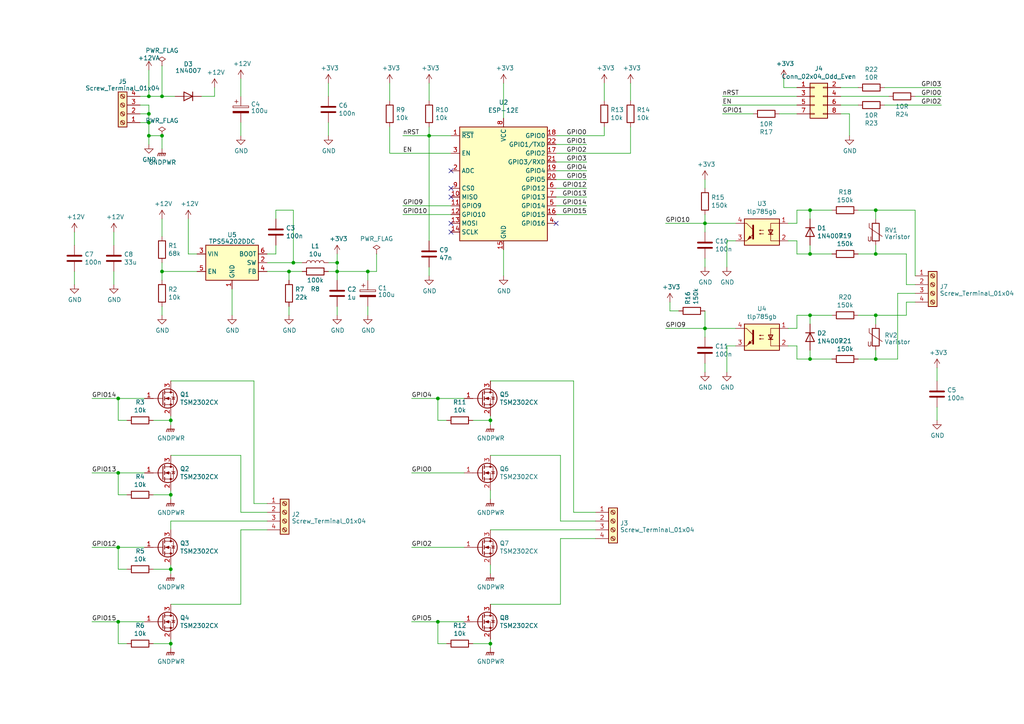
<source format=kicad_sch>
(kicad_sch (version 20230121) (generator eeschema)
  (paper "A4")
  (lib_symbols
    (symbol "Connector:Screw_Terminal_01x04" (pin_names (offset 1.016) hide)
      (property "Reference" "J" (at 0 5.08 0))
      (property "Value" "Screw_Terminal_01x04" (at 0 -7.62 0))
      (symbol "Screw_Terminal_01x04_1_1"
        (pin passive line (at -5.08 2.54 0) (length 3.81) (name "Pin_1") (number "1"))
        (pin passive line (at -5.08 0 0) (length 3.81) (name "Pin_2") (number "2"))
        (pin passive line (at -5.08 -2.54 0) (length 3.81) (name "Pin_3") (number "3"))
        (pin passive line (at -5.08 -5.08 0) (length 3.81) (name "Pin_4") (number "4"))
      )
    )
    (symbol "Connector_Generic:Conn_02x04_Odd_Even" (pin_names (offset 1.016) hide)
      (property "Reference" "J" (at 1.27 5.08 0))
      (property "Value" "Conn_02x04_Odd_Even" (at 1.27 -7.62 0))
      (symbol "Conn_02x04_Odd_Even_1_1"
        (pin passive line (at -5.08 2.54 0) (length 3.81) (name "Pin_1") (number "1"))
        (pin passive line (at 7.62 2.54 180) (length 3.81) (name "Pin_2") (number "2"))
        (pin passive line (at -5.08 0 0) (length 3.81) (name "Pin_3") (number "3"))
        (pin passive line (at 7.62 0 180) (length 3.81) (name "Pin_4") (number "4"))
        (pin passive line (at -5.08 -2.54 0) (length 3.81) (name "Pin_5") (number "5"))
        (pin passive line (at 7.62 -2.54 180) (length 3.81) (name "Pin_6") (number "6"))
        (pin passive line (at -5.08 -5.08 0) (length 3.81) (name "Pin_7") (number "7"))
        (pin passive line (at 7.62 -5.08 180) (length 3.81) (name "Pin_8") (number "8"))
      )
    )
    (symbol "Device:C" (pin_numbers hide) (pin_names (offset 0.254))
      (property "Reference" "C" (at 0.635 2.54 0))
      (property "Value" "C" (at 0.635 -2.54 0))
      (symbol "C_1_1"
        (pin passive line (at 0 3.81 270) (length 2.794) (name "~") (number "1"))
        (pin passive line (at 0 -3.81 90) (length 2.794) (name "~") (number "2"))
      )
    )
    (symbol "Device:C_Polarized" (pin_numbers hide) (pin_names (offset 0.254))
      (property "Reference" "C" (at 0.635 2.54 0))
      (property "Value" "C_Polarized" (at 0.635 -2.54 0))
      (symbol "C_Polarized_1_1"
        (pin passive line (at 0 3.81 270) (length 2.794) (name "~") (number "1"))
        (pin passive line (at 0 -3.81 90) (length 2.794) (name "~") (number "2"))
      )
    )
    (symbol "Device:D" (pin_numbers hide) (pin_names (offset 1.016) hide)
      (property "Reference" "D" (at 0 2.54 0))
      (property "Value" "D" (at 0 -2.54 0))
      (symbol "D_1_1"
        (pin passive line (at -3.81 0 0) (length 2.54) (name "K") (number "1"))
        (pin passive line (at 3.81 0 180) (length 2.54) (name "A") (number "2"))
      )
    )
    (symbol "Device:L" (pin_numbers hide) (pin_names (offset 1.016) hide)
      (property "Reference" "L" (at -1.27 0 90))
      (property "Value" "L" (at 1.905 0 90))
      (symbol "L_1_1"
        (pin passive line (at 0 3.81 270) (length 1.27) (name "1") (number "1"))
        (pin passive line (at 0 -3.81 90) (length 1.27) (name "2") (number "2"))
      )
    )
    (symbol "Device:R" (pin_numbers hide) (pin_names (offset 0))
      (property "Reference" "R" (at 2.032 0 90))
      (property "Value" "R" (at 0 0 90))
      (symbol "R_1_1"
        (pin passive line (at 0 3.81 270) (length 1.27) (name "~") (number "1"))
        (pin passive line (at 0 -3.81 90) (length 1.27) (name "~") (number "2"))
      )
    )
    (symbol "Device:Varistor" (pin_numbers hide) (pin_names (offset 0))
      (property "Reference" "RV" (at 3.175 0 90))
      (property "Value" "Varistor" (at -3.175 0 90))
      (symbol "Varistor_0_0"
        (text "U" (at -1.778 -2.032 0) (effects (font (size 1.27 1.27))))
      )
      (symbol "Varistor_1_1"
        (pin passive line (at 0 3.81 270) (length 1.27) (name "~") (number "1"))
        (pin passive line (at 0 -3.81 90) (length 1.27) (name "~") (number "2"))
      )
    )
    (symbol "Diode:1N4007" (pin_numbers hide) (pin_names hide)
      (property "Reference" "D" (at 0 2.54 0))
      (property "Value" "1N4007" (at 0 -2.54 0))
      (symbol "1N4007_1_1"
        (pin passive line (at -3.81 0 0) (length 2.54) (name "K") (number "1"))
        (pin passive line (at 3.81 0 180) (length 2.54) (name "A") (number "2"))
      )
    )
    (symbol "Isolator:EL817" (pin_names (offset 1.016))
      (property "Reference" "U" (at -5.08 5.08 0))
      (property "Value" "EL817" (at 0 5.08 0))
      (symbol "EL817_1_1"
        (pin passive line (at -7.62 2.54 0) (length 2.54) (name "~") (number "1"))
        (pin passive line (at -7.62 -2.54 0) (length 2.54) (name "~") (number "2"))
        (pin passive line (at 7.62 -2.54 180) (length 2.54) (name "~") (number "3"))
        (pin passive line (at 7.62 2.54 180) (length 2.54) (name "~") (number "4"))
      )
    )
    (symbol "RF_Module:ESP-12E"
      (property "Reference" "U" (at -12.7 19.05 0))
      (property "Value" "ESP-12E" (at 12.7 19.05 0))
      (symbol "ESP-12E_1_1"
        (pin input line (at -15.24 15.24 0) (length 2.54) (name "~{RST}") (number "1"))
        (pin bidirectional line (at -15.24 -2.54 0) (length 2.54) (name "MISO") (number "10"))
        (pin bidirectional line (at -15.24 -5.08 0) (length 2.54) (name "GPIO9") (number "11"))
        (pin bidirectional line (at -15.24 -7.62 0) (length 2.54) (name "GPIO10") (number "12"))
        (pin bidirectional line (at -15.24 -10.16 0) (length 2.54) (name "MOSI") (number "13"))
        (pin bidirectional line (at -15.24 -12.7 0) (length 2.54) (name "SCLK") (number "14"))
        (pin power_in line (at 0 -17.78 90) (length 2.54) (name "GND") (number "15"))
        (pin bidirectional line (at 15.24 -7.62 180) (length 2.54) (name "GPIO15") (number "16"))
        (pin bidirectional line (at 15.24 10.16 180) (length 2.54) (name "GPIO2") (number "17"))
        (pin bidirectional line (at 15.24 15.24 180) (length 2.54) (name "GPIO0") (number "18"))
        (pin bidirectional line (at 15.24 5.08 180) (length 2.54) (name "GPIO4") (number "19"))
        (pin input line (at -15.24 5.08 0) (length 2.54) (name "ADC") (number "2"))
        (pin bidirectional line (at 15.24 2.54 180) (length 2.54) (name "GPIO5") (number "20"))
        (pin bidirectional line (at 15.24 7.62 180) (length 2.54) (name "GPIO3/RXD") (number "21"))
        (pin bidirectional line (at 15.24 12.7 180) (length 2.54) (name "GPIO1/TXD") (number "22"))
        (pin input line (at -15.24 10.16 0) (length 2.54) (name "EN") (number "3"))
        (pin bidirectional line (at 15.24 -10.16 180) (length 2.54) (name "GPIO16") (number "4"))
        (pin bidirectional line (at 15.24 -5.08 180) (length 2.54) (name "GPIO14") (number "5"))
        (pin bidirectional line (at 15.24 0 180) (length 2.54) (name "GPIO12") (number "6"))
        (pin bidirectional line (at 15.24 -2.54 180) (length 2.54) (name "GPIO13") (number "7"))
        (pin power_in line (at 0 20.32 270) (length 2.54) (name "VCC") (number "8"))
        (pin input line (at -15.24 0 0) (length 2.54) (name "CS0") (number "9"))
      )
    )
    (symbol "Regulator_Switching:TPS54202DDC"
      (property "Reference" "U" (at -7.62 6.35 0))
      (property "Value" "TPS54202DDC" (at 0 6.35 0))
      (symbol "TPS54202DDC_1_1"
        (pin power_in line (at 0 -7.62 90) (length 2.54) (name "GND") (number "1"))
        (pin power_out line (at 10.16 0 180) (length 2.54) (name "SW") (number "2"))
        (pin power_in line (at -10.16 2.54 0) (length 2.54) (name "VIN") (number "3"))
        (pin input line (at 10.16 -2.54 180) (length 2.54) (name "FB") (number "4"))
        (pin input line (at -10.16 -2.54 0) (length 2.54) (name "EN") (number "5"))
        (pin passive line (at 10.16 2.54 180) (length 2.54) (name "BOOT") (number "6"))
      )
    )
    (symbol "Transistor_FET:TSM2302CX" (pin_names hide)
      (property "Reference" "Q" (at 5.08 1.905 0))
      (property "Value" "TSM2302CX" (at 5.08 0 0))
      (symbol "TSM2302CX_1_1"
        (pin input line (at -5.08 0 0) (length 2.54) (name "G") (number "1"))
        (pin passive line (at 2.54 -5.08 90) (length 2.54) (name "S") (number "2"))
        (pin passive line (at 2.54 5.08 270) (length 2.54) (name "D") (number "3"))
      )
    )
    (symbol "esp-switch-rescue:+3.3V-power" (power) (pin_names (offset 0))
      (property "Value" "+3.3V-power" (at 0 3.556 0))
      (symbol "+3.3V-power_1_1"
        (pin power_in line (at 0 0 90) (length 0) hide (name "+3V3") (number "1"))
      )
    )
    (symbol "power:+12V" (power) (pin_names (offset 0))
      (property "Value" "+12V" (at 0 3.556 0))
      (symbol "+12V_1_1"
        (pin power_in line (at 0 0 90) (length 0) hide (name "+12V") (number "1"))
      )
    )
    (symbol "power:+12VA" (power) (pin_names (offset 0))
      (property "Value" "+12VA" (at 0 3.556 0))
      (symbol "+12VA_1_1"
        (pin power_in line (at 0 0 90) (length 0) hide (name "+12VA") (number "1"))
      )
    )
    (symbol "power:GND" (power) (pin_names (offset 0))
      (property "Value" "GND" (at 0 -3.81 0))
      (symbol "GND_1_1"
        (pin power_in line (at 0 0 270) (length 0) hide (name "GND") (number "1"))
      )
    )
    (symbol "power:GNDPWR" (power) (pin_names (offset 0))
      (property "Value" "GNDPWR" (at 0 -3.302 0))
      (symbol "GNDPWR_1_1"
        (pin power_in line (at 0 0 270) (length 0) hide (name "GNDPWR") (number "1"))
      )
    )
    (symbol "power:PWR_FLAG" (power) (pin_numbers hide) (pin_names (offset 0) hide)
      (property "Value" "PWR_FLAG" (at 0 3.81 0))
      (symbol "PWR_FLAG_0_0"
        (pin power_out line (at 0 0 90) (length 0) (name "pwr") (number "1"))
      )
    )
  )
  (junction (at 49.53 143.51))
  (junction (at 34.29 180.34))
  (junction (at 49.53 121.92))
  (junction (at 34.29 137.16))
  (junction (at 43.18 33.02))
  (junction (at 49.53 165.1))
  (junction (at 46.99 27.94))
  (junction (at 254 60.96))
  (junction (at 254 91.44))
  (junction (at 34.29 115.57))
  (junction (at 234.95 91.44))
  (junction (at 97.79 76.2))
  (junction (at 127 115.57))
  (junction (at 234.95 104.14))
  (junction (at 97.79 78.74))
  (junction (at 127 180.34))
  (junction (at 49.53 186.69))
  (junction (at 43.18 39.37))
  (junction (at 85.09 76.2))
  (junction (at 106.68 78.74))
  (junction (at 83.82 78.74))
  (junction (at 46.99 39.37))
  (junction (at 234.95 73.66))
  (junction (at 124.46 39.37))
  (junction (at 142.24 186.69))
  (junction (at 254 104.14))
  (junction (at 254 73.66))
  (junction (at 142.24 121.92))
  (junction (at 234.95 60.96))
  (junction (at 204.47 95.25))
  (junction (at 204.47 64.77))
  (junction (at 34.29 158.75))
  (junction (at 43.18 27.94))
  (junction (at 43.18 35.56))
  (junction (at 46.99 78.74))
  (no_connect (at 130.81 67.31))
  (no_connect (at 130.81 57.15))
  (no_connect (at 130.81 49.53))
  (no_connect (at 130.81 64.77))
  (no_connect (at 161.29 64.77))
  (no_connect (at 130.81 54.61))
  (wire (pts (xy 129.54 186.69) (xy 127 186.69)))
  (wire (pts (xy 97.79 76.2) (xy 95.25 76.2)))
  (wire (pts (xy 231.14 100.33) (xy 231.14 104.14)))
  (wire (pts (xy 95.25 78.74) (xy 97.79 78.74)))
  (wire (pts (xy 265.43 87.63) (xy 262.89 87.63)))
  (wire (pts (xy 44.45 121.92) (xy 49.53 121.92)))
  (wire (pts (xy 142.24 186.69) (xy 142.24 187.96)))
  (wire (pts (xy 254 60.96) (xy 265.43 60.96)))
  (wire (pts (xy 127 121.92) (xy 127 115.57)))
  (wire (pts (xy 210.82 100.33) (xy 213.36 100.33)))
  (wire (pts (xy 162.56 151.13) (xy 162.56 132.08)))
  (wire (pts (xy 62.23 27.94) (xy 58.42 27.94)))
  (wire (pts (xy 36.83 165.1) (xy 34.29 165.1)))
  (wire (pts (xy 97.79 81.28) (xy 97.79 78.74)))
  (wire (pts (xy 228.6 100.33) (xy 231.14 100.33)))
  (wire (pts (xy 127 180.34) (xy 134.62 180.34)))
  (wire (pts (xy 49.53 144.78) (xy 49.53 143.51)))
  (wire (pts (xy 46.99 27.94) (xy 43.18 27.94)))
  (wire (pts (xy 80.01 71.12) (xy 80.01 73.66)))
  (wire (pts (xy 162.56 132.08) (xy 142.24 132.08)))
  (wire (pts (xy 44.45 143.51) (xy 49.53 143.51)))
  (wire (pts (xy 69.85 132.08) (xy 49.53 132.08)))
  (wire (pts (xy 246.38 39.37) (xy 246.38 33.02)))
  (wire (pts (xy 34.29 115.57) (xy 41.91 115.57)))
  (wire (pts (xy 83.82 91.44) (xy 83.82 88.9)))
  (wire (pts (xy 26.67 115.57) (xy 34.29 115.57)))
  (wire (pts (xy 228.6 64.77) (xy 231.14 64.77)))
  (wire (pts (xy 97.79 78.74) (xy 97.79 76.2)))
  (wire (pts (xy 248.92 91.44) (xy 254 91.44)))
  (wire (pts (xy 172.72 148.59) (xy 166.37 148.59)))
  (wire (pts (xy 234.95 91.44) (xy 231.14 91.44)))
  (wire (pts (xy 162.56 175.26) (xy 142.24 175.26)))
  (wire (pts (xy 69.85 153.67) (xy 69.85 175.26)))
  (wire (pts (xy 124.46 69.85) (xy 124.46 39.37)))
  (wire (pts (xy 162.56 156.21) (xy 172.72 156.21)))
  (wire (pts (xy 34.29 158.75) (xy 41.91 158.75)))
  (wire (pts (xy 40.64 30.48) (xy 43.18 30.48)))
  (wire (pts (xy 166.37 110.49) (xy 166.37 148.59)))
  (wire (pts (xy 142.24 163.83) (xy 142.24 166.37)))
  (wire (pts (xy 204.47 107.95) (xy 204.47 105.41)))
  (wire (pts (xy 21.59 82.55) (xy 21.59 78.74)))
  (wire (pts (xy 80.01 60.96) (xy 80.01 63.5)))
  (wire (pts (xy 57.15 73.66) (xy 54.61 73.66)))
  (wire (pts (xy 119.38 137.16) (xy 134.62 137.16)))
  (wire (pts (xy 234.95 104.14) (xy 241.3 104.14)))
  (wire (pts (xy 175.26 29.21) (xy 175.26 24.13)))
  (wire (pts (xy 127 186.69) (xy 127 180.34)))
  (wire (pts (xy 234.95 73.66) (xy 241.3 73.66)))
  (wire (pts (xy 49.53 110.49) (xy 73.66 110.49)))
  (wire (pts (xy 43.18 39.37) (xy 43.18 41.91)))
  (wire (pts (xy 210.82 69.85) (xy 213.36 69.85)))
  (wire (pts (xy 83.82 81.28) (xy 83.82 78.74)))
  (wire (pts (xy 161.29 57.15) (xy 170.18 57.15)))
  (wire (pts (xy 204.47 52.07) (xy 204.47 54.61)))
  (wire (pts (xy 97.79 73.66) (xy 97.79 76.2)))
  (wire (pts (xy 248.92 73.66) (xy 254 73.66)))
  (wire (pts (xy 73.66 146.05) (xy 77.47 146.05)))
  (wire (pts (xy 40.64 27.94) (xy 43.18 27.94)))
  (wire (pts (xy 256.54 25.4) (xy 273.05 25.4)))
  (wire (pts (xy 194.31 90.17) (xy 196.85 90.17)))
  (wire (pts (xy 248.92 60.96) (xy 254 60.96)))
  (wire (pts (xy 146.05 72.39) (xy 146.05 80.01)))
  (wire (pts (xy 34.29 137.16) (xy 41.91 137.16)))
  (wire (pts (xy 146.05 24.13) (xy 146.05 34.29)))
  (wire (pts (xy 62.23 25.4) (xy 62.23 27.94)))
  (wire (pts (xy 43.18 33.02) (xy 40.64 33.02)))
  (wire (pts (xy 226.06 33.02) (xy 231.14 33.02)))
  (wire (pts (xy 54.61 73.66) (xy 54.61 63.5)))
  (wire (pts (xy 49.53 153.67) (xy 49.53 151.13)))
  (wire (pts (xy 231.14 73.66) (xy 234.95 73.66)))
  (wire (pts (xy 231.14 104.14) (xy 234.95 104.14)))
  (wire (pts (xy 209.55 30.48) (xy 231.14 30.48)))
  (wire (pts (xy 36.83 143.51) (xy 34.29 143.51)))
  (wire (pts (xy 260.35 85.09) (xy 265.43 85.09)))
  (wire (pts (xy 262.89 73.66) (xy 262.89 82.55)))
  (wire (pts (xy 49.53 166.37) (xy 49.53 165.1)))
  (wire (pts (xy 273.05 27.94) (xy 265.43 27.94)))
  (wire (pts (xy 142.24 153.67) (xy 172.72 153.67)))
  (wire (pts (xy 231.14 25.4) (xy 227.33 25.4)))
  (wire (pts (xy 116.84 39.37) (xy 124.46 39.37)))
  (wire (pts (xy 26.67 137.16) (xy 34.29 137.16)))
  (wire (pts (xy 95.25 27.94) (xy 95.25 24.13)))
  (wire (pts (xy 34.29 165.1) (xy 34.29 158.75)))
  (wire (pts (xy 271.78 121.92) (xy 271.78 118.11)))
  (wire (pts (xy 228.6 69.85) (xy 231.14 69.85)))
  (wire (pts (xy 34.29 180.34) (xy 41.91 180.34)))
  (wire (pts (xy 26.67 180.34) (xy 34.29 180.34)))
  (wire (pts (xy 97.79 91.44) (xy 97.79 88.9)))
  (wire (pts (xy 113.03 44.45) (xy 130.81 44.45)))
  (wire (pts (xy 213.36 64.77) (xy 204.47 64.77)))
  (wire (pts (xy 210.82 107.95) (xy 210.82 100.33)))
  (wire (pts (xy 85.09 60.96) (xy 80.01 60.96)))
  (wire (pts (xy 129.54 121.92) (xy 127 121.92)))
  (wire (pts (xy 228.6 95.25) (xy 231.14 95.25)))
  (wire (pts (xy 124.46 36.83) (xy 124.46 39.37)))
  (wire (pts (xy 137.16 121.92) (xy 142.24 121.92)))
  (wire (pts (xy 119.38 158.75) (xy 134.62 158.75)))
  (wire (pts (xy 256.54 30.48) (xy 273.05 30.48)))
  (wire (pts (xy 106.68 78.74) (xy 109.22 78.74)))
  (wire (pts (xy 204.47 90.17) (xy 204.47 95.25)))
  (wire (pts (xy 210.82 77.47) (xy 210.82 69.85)))
  (wire (pts (xy 33.02 71.12) (xy 33.02 67.31)))
  (wire (pts (xy 231.14 60.96) (xy 231.14 64.77)))
  (wire (pts (xy 109.22 73.66) (xy 109.22 78.74)))
  (wire (pts (xy 49.53 151.13) (xy 77.47 151.13)))
  (wire (pts (xy 43.18 35.56) (xy 40.64 35.56)))
  (wire (pts (xy 241.3 91.44) (xy 234.95 91.44)))
  (wire (pts (xy 80.01 73.66) (xy 77.47 73.66)))
  (wire (pts (xy 204.47 95.25) (xy 204.47 97.79)))
  (wire (pts (xy 119.38 180.34) (xy 127 180.34)))
  (wire (pts (xy 161.29 52.07) (xy 170.18 52.07)))
  (wire (pts (xy 194.31 87.63) (xy 194.31 90.17)))
  (wire (pts (xy 77.47 76.2) (xy 85.09 76.2)))
  (wire (pts (xy 113.03 24.13) (xy 113.03 29.21)))
  (wire (pts (xy 69.85 175.26) (xy 49.53 175.26)))
  (wire (pts (xy 69.85 153.67) (xy 77.47 153.67)))
  (wire (pts (xy 124.46 39.37) (xy 130.81 39.37)))
  (wire (pts (xy 213.36 95.25) (xy 204.47 95.25)))
  (wire (pts (xy 162.56 156.21) (xy 162.56 175.26)))
  (wire (pts (xy 209.55 33.02) (xy 218.44 33.02)))
  (wire (pts (xy 43.18 35.56) (xy 43.18 39.37)))
  (wire (pts (xy 142.24 110.49) (xy 166.37 110.49)))
  (wire (pts (xy 46.99 78.74) (xy 57.15 78.74)))
  (wire (pts (xy 46.99 78.74) (xy 46.99 81.28)))
  (wire (pts (xy 77.47 148.59) (xy 69.85 148.59)))
  (wire (pts (xy 254 73.66) (xy 262.89 73.66)))
  (wire (pts (xy 161.29 59.69) (xy 170.18 59.69)))
  (wire (pts (xy 209.55 27.94) (xy 231.14 27.94)))
  (wire (pts (xy 182.88 24.13) (xy 182.88 29.21)))
  (wire (pts (xy 44.45 186.69) (xy 49.53 186.69)))
  (wire (pts (xy 106.68 78.74) (xy 106.68 81.28)))
  (wire (pts (xy 49.53 165.1) (xy 49.53 163.83)))
  (wire (pts (xy 142.24 121.92) (xy 142.24 123.19)))
  (wire (pts (xy 85.09 76.2) (xy 87.63 76.2)))
  (wire (pts (xy 34.29 186.69) (xy 34.29 180.34)))
  (wire (pts (xy 119.38 115.57) (xy 127 115.57)))
  (wire (pts (xy 262.89 82.55) (xy 265.43 82.55)))
  (wire (pts (xy 46.99 43.18) (xy 46.99 39.37)))
  (wire (pts (xy 254 71.12) (xy 254 73.66)))
  (wire (pts (xy 137.16 186.69) (xy 142.24 186.69)))
  (wire (pts (xy 161.29 49.53) (xy 170.18 49.53)))
  (wire (pts (xy 243.84 30.48) (xy 248.92 30.48)))
  (wire (pts (xy 254 101.6) (xy 254 104.14)))
  (wire (pts (xy 193.04 64.77) (xy 204.47 64.77)))
  (wire (pts (xy 46.99 76.2) (xy 46.99 78.74)))
  (wire (pts (xy 241.3 60.96) (xy 234.95 60.96)))
  (wire (pts (xy 161.29 62.23) (xy 170.18 62.23)))
  (wire (pts (xy 142.24 185.42) (xy 142.24 186.69)))
  (wire (pts (xy 260.35 104.14) (xy 260.35 85.09)))
  (wire (pts (xy 69.85 35.56) (xy 69.85 39.37)))
  (wire (pts (xy 234.95 101.6) (xy 234.95 104.14)))
  (wire (pts (xy 142.24 142.24) (xy 142.24 144.78)))
  (wire (pts (xy 161.29 44.45) (xy 182.88 44.45)))
  (wire (pts (xy 77.47 78.74) (xy 83.82 78.74)))
  (wire (pts (xy 254 104.14) (xy 260.35 104.14)))
  (wire (pts (xy 83.82 78.74) (xy 87.63 78.74)))
  (wire (pts (xy 127 115.57) (xy 134.62 115.57)))
  (wire (pts (xy 227.33 25.4) (xy 227.33 22.86)))
  (wire (pts (xy 231.14 69.85) (xy 231.14 73.66)))
  (wire (pts (xy 265.43 60.96) (xy 265.43 80.01)))
  (wire (pts (xy 182.88 44.45) (xy 182.88 36.83)))
  (wire (pts (xy 170.18 46.99) (xy 161.29 46.99)))
  (wire (pts (xy 49.53 186.69) (xy 49.53 185.42)))
  (wire (pts (xy 248.92 104.14) (xy 254 104.14)))
  (wire (pts (xy 46.99 27.94) (xy 50.8 27.94)))
  (wire (pts (xy 257.81 27.94) (xy 243.84 27.94)))
  (wire (pts (xy 46.99 91.44) (xy 46.99 88.9)))
  (wire (pts (xy 33.02 82.55) (xy 33.02 78.74)))
  (wire (pts (xy 26.67 158.75) (xy 34.29 158.75)))
  (wire (pts (xy 130.81 59.69) (xy 116.84 59.69)))
  (wire (pts (xy 43.18 20.32) (xy 43.18 27.94)))
  (wire (pts (xy 193.04 95.25) (xy 204.47 95.25)))
  (wire (pts (xy 46.99 68.58) (xy 46.99 63.5)))
  (wire (pts (xy 21.59 71.12) (xy 21.59 67.31)))
  (wire (pts (xy 124.46 24.13) (xy 124.46 29.21)))
  (wire (pts (xy 116.84 62.23) (xy 130.81 62.23)))
  (wire (pts (xy 254 60.96) (xy 254 63.5)))
  (wire (pts (xy 46.99 39.37) (xy 43.18 39.37)))
  (wire (pts (xy 175.26 36.83) (xy 175.26 39.37)))
  (wire (pts (xy 234.95 71.12) (xy 234.95 73.66)))
  (wire (pts (xy 97.79 78.74) (xy 106.68 78.74)))
  (wire (pts (xy 43.18 30.48) (xy 43.18 33.02)))
  (wire (pts (xy 34.29 121.92) (xy 34.29 115.57)))
  (wire (pts (xy 162.56 151.13) (xy 172.72 151.13)))
  (wire (pts (xy 124.46 77.47) (xy 124.46 80.01)))
  (wire (pts (xy 204.47 64.77) (xy 204.47 67.31)))
  (wire (pts (xy 73.66 110.49) (xy 73.66 146.05)))
  (wire (pts (xy 204.47 77.47) (xy 204.47 74.93)))
  (wire (pts (xy 113.03 44.45) (xy 113.03 36.83)))
  (wire (pts (xy 161.29 54.61) (xy 170.18 54.61)))
  (wire (pts (xy 231.14 91.44) (xy 231.14 95.25)))
  (wire (pts (xy 234.95 60.96) (xy 231.14 60.96)))
  (wire (pts (xy 246.38 33.02) (xy 243.84 33.02)))
  (wire (pts (xy 49.53 143.51) (xy 49.53 142.24)))
  (wire (pts (xy 69.85 22.86) (xy 69.85 27.94)))
  (wire (pts (xy 234.95 93.98) (xy 234.95 91.44)))
  (wire (pts (xy 34.29 143.51) (xy 34.29 137.16)))
  (wire (pts (xy 49.53 187.96) (xy 49.53 186.69)))
  (wire (pts (xy 46.99 19.05) (xy 46.99 27.94)))
  (wire (pts (xy 49.53 121.92) (xy 49.53 120.65)))
  (wire (pts (xy 95.25 39.37) (xy 95.25 35.56)))
  (wire (pts (xy 254 91.44) (xy 262.89 91.44)))
  (wire (pts (xy 36.83 186.69) (xy 34.29 186.69)))
  (wire (pts (xy 271.78 110.49) (xy 271.78 106.68)))
  (wire (pts (xy 106.68 88.9) (xy 106.68 91.44)))
  (wire (pts (xy 142.24 120.65) (xy 142.24 121.92)))
  (wire (pts (xy 49.53 123.19) (xy 49.53 121.92)))
  (wire (pts (xy 234.95 63.5) (xy 234.95 60.96)))
  (wire (pts (xy 204.47 62.23) (xy 204.47 64.77)))
  (wire (pts (xy 85.09 76.2) (xy 85.09 60.96)))
  (wire (pts (xy 43.18 33.02) (xy 43.18 35.56)))
  (wire (pts (xy 36.83 121.92) (xy 34.29 121.92)))
  (wire (pts (xy 44.45 165.1) (xy 49.53 165.1)))
  (wire (pts (xy 161.29 39.37) (xy 175.26 39.37)))
  (wire (pts (xy 254 91.44) (xy 254 93.98)))
  (wire (pts (xy 67.31 83.82) (xy 67.31 91.44)))
  (wire (pts (xy 262.89 87.63) (xy 262.89 91.44)))
  (wire (pts (xy 243.84 25.4) (xy 248.92 25.4)))
  (wire (pts (xy 170.18 41.91) (xy 161.29 41.91)))
  (wire (pts (xy 69.85 132.08) (xy 69.85 148.59)))
  (label "GPIO3" (at 170.18 46.99 180))
  (label "GPIO10" (at 116.84 62.23 0))
  (label "GPIO2" (at 273.05 30.48 180))
  (label "GPIO14" (at 26.67 115.57 0))
  (label "GPIO13" (at 26.67 137.16 0))
  (label "GPIO5" (at 170.18 52.07 180))
  (label "GPIO1" (at 209.55 33.02 0))
  (label "GPIO12" (at 26.67 158.75 0))
  (label "GPIO14" (at 170.18 59.69 180))
  (label "GPIO9" (at 116.84 59.69 0))
  (label "GPIO2" (at 119.38 158.75 0))
  (label "GPIO2" (at 170.18 44.45 180))
  (label "GPIO15" (at 26.67 180.34 0))
  (label "GPIO0" (at 273.05 27.94 180))
  (label "GPIO3" (at 273.05 25.4 180))
  (label "GPIO0" (at 170.18 39.37 180))
  (label "EN" (at 209.55 30.48 0))
  (label "GPIO0" (at 119.38 137.16 0))
  (label "GPIO5" (at 119.38 180.34 0))
  (label "GPIO10" (at 193.04 64.77 0))
  (label "GPIO13" (at 170.18 57.15 180))
  (label "nRST" (at 209.55 27.94 0))
  (label "nRST" (at 116.84 39.37 0))
  (label "GPIO4" (at 170.18 49.53 180))
  (label "GPIO1" (at 170.18 41.91 180))
  (label "GPIO9" (at 193.04 95.25 0))
  (label "GPIO4" (at 119.38 115.57 0))
  (label "GPIO12" (at 170.18 54.61 180))
  (label "EN" (at 116.84 44.45 0))
  (label "GPIO15" (at 170.18 62.23 180))
  (symbol (lib_id "RF_Module:ESP-12E") (at 146.05 54.61 0) (unit 1)
    (property "Reference" "U2" (at 146.05 29.6926 0))
    (property "Value" "ESP-12E" (at 146.05 32.004 0))
    (property "Footprint" "RF_Module:ESP-12E" (effects hide))
    (property "Datasheet" "http://wiki.ai-thinker.com/_media/esp8266/esp8266_series_modules_user_manual_v1.1.pdf" (effects hide))
  )
  (symbol (lib_id "power:GND") (at 43.18 41.91 0) (unit 1)
    (property "Reference" "#PWR0101" (effects hide))
    (property "Value" "GND" (at 43.307 46.3042 0))
  )
  (symbol (lib_id "power:+12V") (at 62.23 25.4 0) (unit 1)
    (property "Reference" "#PWR0102" (effects hide))
    (property "Value" "+12V" (at 62.611 21.0058 0))
  )
  (symbol (lib_id "esp-switch-rescue:+3.3V-power") (at 146.05 24.13 0) (unit 1)
    (property "Reference" "#PWR0103" (effects hide))
    (property "Value" "+3.3V" (at 146.431 19.7358 0))
  )
  (symbol (lib_id "power:GND") (at 146.05 80.01 0) (unit 1)
    (property "Reference" "#PWR0104" (effects hide))
    (property "Value" "GND" (at 146.177 84.4042 0))
  )
  (symbol (lib_id "esp-switch-rescue:+3.3V-power") (at 95.25 24.13 0) (unit 1)
    (property "Reference" "#PWR0105" (effects hide))
    (property "Value" "+3.3V" (at 95.631 19.7358 0))
  )
  (symbol (lib_id "power:GND") (at 95.25 39.37 0) (unit 1)
    (property "Reference" "#PWR0106" (effects hide))
    (property "Value" "GND" (at 95.377 43.7642 0))
  )
  (symbol (lib_id "Device:C") (at 95.25 31.75 0) (unit 1)
    (property "Reference" "C6" (at 98.171 30.5816 0) (effects (justify left)))
    (property "Value" "100n" (at 98.171 32.893 0) (effects (justify left)))
    (property "Footprint" "Capacitor_SMD:C_0805_2012Metric_Pad1.18x1.45mm_HandSolder" (effects hide))
  )
  (symbol (lib_id "Transistor_FET:TSM2302CX") (at 46.99 158.75 0) (unit 1)
    (property "Reference" "Q3" (at 52.197 157.5816 0) (effects (justify left)))
    (property "Value" "TSM2302CX" (at 52.197 159.893 0) (effects (justify left)))
    (property "Footprint" "Package_TO_SOT_SMD:SOT-23_Handsoldering" (effects hide))
    (property "Datasheet" "https://www.taiwansemi.com/products/datasheet/TSM2302CX_E1608.pdf" (effects hide))
  )
  (symbol (lib_id "Transistor_FET:TSM2302CX") (at 46.99 180.34 0) (unit 1)
    (property "Reference" "Q4" (at 52.197 179.1716 0) (effects (justify left)))
    (property "Value" "TSM2302CX" (at 52.197 181.483 0) (effects (justify left)))
    (property "Footprint" "Package_TO_SOT_SMD:SOT-23_Handsoldering" (effects hide))
    (property "Datasheet" "https://www.taiwansemi.com/products/datasheet/TSM2302CX_E1608.pdf" (effects hide))
  )
  (symbol (lib_id "Transistor_FET:TSM2302CX") (at 46.99 115.57 0) (unit 1)
    (property "Reference" "Q1" (at 52.197 114.4016 0) (effects (justify left)))
    (property "Value" "TSM2302CX" (at 52.197 116.713 0) (effects (justify left)))
    (property "Footprint" "Package_TO_SOT_SMD:SOT-23_Handsoldering" (effects hide))
    (property "Datasheet" "https://www.taiwansemi.com/products/datasheet/TSM2302CX_E1608.pdf" (effects hide))
  )
  (symbol (lib_id "Transistor_FET:TSM2302CX") (at 46.99 137.16 0) (unit 1)
    (property "Reference" "Q2" (at 52.197 135.9916 0) (effects (justify left)))
    (property "Value" "TSM2302CX" (at 52.197 138.303 0) (effects (justify left)))
    (property "Footprint" "Package_TO_SOT_SMD:SOT-23_Handsoldering" (effects hide))
    (property "Datasheet" "https://www.taiwansemi.com/products/datasheet/TSM2302CX_E1608.pdf" (effects hide))
  )
  (symbol (lib_id "Isolator:EL817") (at 220.98 67.31 0) (mirror y) (unit 1)
    (property "Reference" "U3" (at 220.98 59.055 0))
    (property "Value" "tlp785gb" (at 220.98 61.3664 0))
    (property "Footprint" "Package_DIP:DIP-4_W7.62mm" (effects hide))
    (property "Datasheet" "http://www.everlight.com/file/ProductFile/EL817.pdf" (effects hide))
  )
  (symbol (lib_id "Device:R") (at 40.64 186.69 270) (unit 1)
    (property "Reference" "R6" (at 40.64 181.4322 90))
    (property "Value" "10k" (at 40.64 183.7436 90))
    (property "Footprint" "Resistor_SMD:R_0805_2012Metric_Pad1.20x1.40mm_HandSolder" (effects hide))
  )
  (symbol (lib_id "Device:R") (at 40.64 165.1 270) (unit 1)
    (property "Reference" "R5" (at 40.64 159.8422 90))
    (property "Value" "10k" (at 40.64 162.1536 90))
    (property "Footprint" "Resistor_SMD:R_0805_2012Metric_Pad1.20x1.40mm_HandSolder" (effects hide))
  )
  (symbol (lib_id "Device:R") (at 40.64 143.51 270) (unit 1)
    (property "Reference" "R4" (at 40.64 138.2522 90))
    (property "Value" "10k" (at 40.64 140.5636 90))
    (property "Footprint" "Resistor_SMD:R_0805_2012Metric_Pad1.20x1.40mm_HandSolder" (effects hide))
  )
  (symbol (lib_id "Device:R") (at 40.64 121.92 270) (unit 1)
    (property "Reference" "R3" (at 40.64 116.6622 90))
    (property "Value" "10k" (at 40.64 118.9736 90))
    (property "Footprint" "Resistor_SMD:R_0805_2012Metric_Pad1.20x1.40mm_HandSolder" (effects hide))
  )
  (symbol (lib_id "Device:R") (at 252.73 30.48 270) (mirror x) (unit 1)
    (property "Reference" "R23" (at 252.73 35.7378 90))
    (property "Value" "10R" (at 252.73 33.4264 90))
    (property "Footprint" "Resistor_SMD:R_0805_2012Metric_Pad1.20x1.40mm_HandSolder" (effects hide))
  )
  (symbol (lib_id "Device:R") (at 222.25 33.02 270) (mirror x) (unit 1)
    (property "Reference" "R17" (at 222.25 38.2778 90))
    (property "Value" "10R" (at 222.25 35.9664 90))
    (property "Footprint" "Resistor_SMD:R_0805_2012Metric_Pad1.20x1.40mm_HandSolder" (effects hide))
  )
  (symbol (lib_id "power:GNDPWR") (at 49.53 187.96 0) (unit 1)
    (property "Reference" "#PWR0107" (effects hide))
    (property "Value" "GNDPWR" (at 49.6316 191.8716 0))
  )
  (symbol (lib_id "power:GNDPWR") (at 49.53 166.37 0) (unit 1)
    (property "Reference" "#PWR0108" (effects hide))
    (property "Value" "GNDPWR" (at 49.6316 170.2816 0))
  )
  (symbol (lib_id "power:GNDPWR") (at 49.53 144.78 0) (unit 1)
    (property "Reference" "#PWR0109" (effects hide))
    (property "Value" "GNDPWR" (at 49.6316 148.6916 0))
  )
  (symbol (lib_id "power:GNDPWR") (at 49.53 123.19 0) (unit 1)
    (property "Reference" "#PWR0110" (effects hide))
    (property "Value" "GNDPWR" (at 49.6316 127.1016 0))
  )
  (symbol (lib_id "Transistor_FET:TSM2302CX") (at 139.7 158.75 0) (unit 1)
    (property "Reference" "Q7" (at 144.907 157.5816 0) (effects (justify left)))
    (property "Value" "TSM2302CX" (at 144.907 159.893 0) (effects (justify left)))
    (property "Footprint" "Package_TO_SOT_SMD:SOT-23_Handsoldering" (effects hide))
    (property "Datasheet" "https://www.taiwansemi.com/products/datasheet/TSM2302CX_E1608.pdf" (effects hide))
  )
  (symbol (lib_id "Transistor_FET:TSM2302CX") (at 139.7 180.34 0) (unit 1)
    (property "Reference" "Q8" (at 144.907 179.1716 0) (effects (justify left)))
    (property "Value" "TSM2302CX" (at 144.907 181.483 0) (effects (justify left)))
    (property "Footprint" "Package_TO_SOT_SMD:SOT-23_Handsoldering" (effects hide))
    (property "Datasheet" "https://www.taiwansemi.com/products/datasheet/TSM2302CX_E1608.pdf" (effects hide))
  )
  (symbol (lib_id "Transistor_FET:TSM2302CX") (at 139.7 115.57 0) (unit 1)
    (property "Reference" "Q5" (at 144.907 114.4016 0) (effects (justify left)))
    (property "Value" "TSM2302CX" (at 144.907 116.713 0) (effects (justify left)))
    (property "Footprint" "Package_TO_SOT_SMD:SOT-23_Handsoldering" (effects hide))
    (property "Datasheet" "https://www.taiwansemi.com/products/datasheet/TSM2302CX_E1608.pdf" (effects hide))
  )
  (symbol (lib_id "Transistor_FET:TSM2302CX") (at 139.7 137.16 0) (unit 1)
    (property "Reference" "Q6" (at 144.907 135.9916 0) (effects (justify left)))
    (property "Value" "TSM2302CX" (at 144.907 138.303 0) (effects (justify left)))
    (property "Footprint" "Package_TO_SOT_SMD:SOT-23_Handsoldering" (effects hide))
    (property "Datasheet" "https://www.taiwansemi.com/products/datasheet/TSM2302CX_E1608.pdf" (effects hide))
  )
  (symbol (lib_id "Device:R") (at 133.35 186.69 270) (unit 1)
    (property "Reference" "R12" (at 133.35 181.4322 90))
    (property "Value" "10k" (at 133.35 183.7436 90))
    (property "Footprint" "Resistor_SMD:R_0805_2012Metric_Pad1.20x1.40mm_HandSolder" (effects hide))
  )
  (symbol (lib_id "Device:R") (at 133.35 121.92 270) (unit 1)
    (property "Reference" "R11" (at 133.35 116.6622 90))
    (property "Value" "10k" (at 133.35 118.9736 90))
    (property "Footprint" "Resistor_SMD:R_0805_2012Metric_Pad1.20x1.40mm_HandSolder" (effects hide))
  )
  (symbol (lib_id "power:GNDPWR") (at 142.24 187.96 0) (unit 1)
    (property "Reference" "#PWR0112" (effects hide))
    (property "Value" "GNDPWR" (at 142.3416 191.8716 0))
  )
  (symbol (lib_id "power:GNDPWR") (at 142.24 166.37 0) (unit 1)
    (property "Reference" "#PWR0113" (effects hide))
    (property "Value" "GNDPWR" (at 142.3416 170.2816 0))
  )
  (symbol (lib_id "power:GNDPWR") (at 142.24 144.78 0) (unit 1)
    (property "Reference" "#PWR0114" (effects hide))
    (property "Value" "GNDPWR" (at 142.3416 148.6916 0))
  )
  (symbol (lib_id "power:GNDPWR") (at 142.24 123.19 0) (unit 1)
    (property "Reference" "#PWR0115" (effects hide))
    (property "Value" "GNDPWR" (at 142.3416 127.1016 0))
  )
  (symbol (lib_id "Device:R") (at 261.62 27.94 270) (mirror x) (unit 1)
    (property "Reference" "R24" (at 261.62 33.1978 90))
    (property "Value" "10R" (at 261.62 30.8864 90))
    (property "Footprint" "Resistor_SMD:R_0805_2012Metric_Pad1.20x1.40mm_HandSolder" (effects hide))
  )
  (symbol (lib_id "Device:R") (at 252.73 25.4 270) (unit 1)
    (property "Reference" "R22" (at 252.73 20.1422 90))
    (property "Value" "10R" (at 252.73 22.4536 90))
    (property "Footprint" "Resistor_SMD:R_0805_2012Metric_Pad1.20x1.40mm_HandSolder" (effects hide))
  )
  (symbol (lib_id "Device:R") (at 175.26 33.02 180) (unit 1)
    (property "Reference" "R13" (at 177.038 31.8516 0) (effects (justify right)))
    (property "Value" "10k" (at 177.038 34.163 0) (effects (justify right)))
    (property "Footprint" "Resistor_SMD:R_0805_2012Metric_Pad1.20x1.40mm_HandSolder" (effects hide))
  )
  (symbol (lib_id "Device:R") (at 182.88 33.02 180) (unit 1)
    (property "Reference" "R14" (at 184.658 31.8516 0) (effects (justify right)))
    (property "Value" "10k" (at 184.658 34.163 0) (effects (justify right)))
    (property "Footprint" "Resistor_SMD:R_0805_2012Metric_Pad1.20x1.40mm_HandSolder" (effects hide))
  )
  (symbol (lib_id "power:GND") (at 246.38 39.37 0) (unit 1)
    (property "Reference" "#PWR0122" (effects hide))
    (property "Value" "GND" (at 246.507 43.7642 0))
  )
  (symbol (lib_id "esp-switch-rescue:+3.3V-power") (at 175.26 24.13 0) (unit 1)
    (property "Reference" "#PWR0117" (effects hide))
    (property "Value" "+3.3V" (at 175.641 19.7358 0))
  )
  (symbol (lib_id "esp-switch-rescue:+3.3V-power") (at 182.88 24.13 0) (unit 1)
    (property "Reference" "#PWR0118" (effects hide))
    (property "Value" "+3.3V" (at 183.261 19.7358 0))
  )
  (symbol (lib_id "Device:R") (at 113.03 33.02 180) (unit 1)
    (property "Reference" "R9" (at 114.808 31.8516 0) (effects (justify right)))
    (property "Value" "10k" (at 114.808 34.163 0) (effects (justify right)))
    (property "Footprint" "Resistor_SMD:R_0805_2012Metric_Pad1.20x1.40mm_HandSolder" (effects hide))
  )
  (symbol (lib_id "esp-switch-rescue:+3.3V-power") (at 113.03 24.13 0) (unit 1)
    (property "Reference" "#PWR0121" (effects hide))
    (property "Value" "+3.3V" (at 113.411 19.7358 0))
  )
  (symbol (lib_id "esp-switch-rescue:+3.3V-power") (at 227.33 22.86 0) (unit 1)
    (property "Reference" "#PWR0123" (effects hide))
    (property "Value" "+3.3V" (at 227.711 18.4658 0))
  )
  (symbol (lib_id "Device:R") (at 124.46 33.02 180) (unit 1)
    (property "Reference" "R10" (at 126.238 31.8516 0) (effects (justify right)))
    (property "Value" "10k" (at 126.238 34.163 0) (effects (justify right)))
    (property "Footprint" "Resistor_SMD:R_0805_2012Metric_Pad1.20x1.40mm_HandSolder" (effects hide))
  )
  (symbol (lib_id "esp-switch-rescue:+3.3V-power") (at 124.46 24.13 0) (unit 1)
    (property "Reference" "#PWR0120" (effects hide))
    (property "Value" "+3.3V" (at 124.841 19.7358 0))
  )
  (symbol (lib_id "Device:C") (at 124.46 73.66 0) (unit 1)
    (property "Reference" "C9" (at 127.381 72.4916 0) (effects (justify left)))
    (property "Value" "47n" (at 127.381 74.803 0) (effects (justify left)))
    (property "Footprint" "Capacitor_SMD:C_0805_2012Metric_Pad1.18x1.45mm_HandSolder" (effects hide))
  )
  (symbol (lib_id "power:GND") (at 124.46 80.01 0) (unit 1)
    (property "Reference" "#PWR0119" (effects hide))
    (property "Value" "GND" (at 124.587 84.4042 0))
  )
  (symbol (lib_id "Device:D") (at 234.95 67.31 90) (mirror x) (unit 1)
    (property "Reference" "D1" (at 236.982 66.1416 90) (effects (justify right)))
    (property "Value" "1N4007" (at 236.982 68.453 90) (effects (justify right)))
    (property "Footprint" "Diode_THT:D_DO-15_P3.81mm_Vertical_AnodeUp" (effects hide))
    (property "Lomex" "83-02-64" (effects hide))
  )
  (symbol (lib_id "Device:R") (at 245.11 60.96 270) (unit 1)
    (property "Reference" "R18" (at 245.11 55.7022 90))
    (property "Value" "150k" (at 245.11 58.0136 90))
    (property "Footprint" "Resistor_THT:R_Axial_DIN0207_L6.3mm_D2.5mm_P10.16mm_Horizontal" (effects hide))
  )
  (symbol (lib_id "Device:R") (at 245.11 73.66 270) (unit 1)
    (property "Reference" "R19" (at 245.11 68.4022 90))
    (property "Value" "150k" (at 245.11 70.7136 90))
    (property "Footprint" "Resistor_THT:R_Axial_DIN0207_L6.3mm_D2.5mm_P10.16mm_Horizontal" (effects hide))
  )
  (symbol (lib_id "power:GND") (at 210.82 77.47 0) (unit 1)
    (property "Reference" "#PWR0124" (effects hide))
    (property "Value" "GND" (at 210.947 81.8642 0))
  )
  (symbol (lib_id "Device:C") (at 204.47 71.12 0) (unit 1)
    (property "Reference" "C10" (at 207.391 69.9516 0) (effects (justify left)))
    (property "Value" "100n" (at 207.391 72.263 0) (effects (justify left)))
    (property "Footprint" "Capacitor_SMD:C_0805_2012Metric_Pad1.18x1.45mm_HandSolder" (effects hide))
  )
  (symbol (lib_id "Device:R") (at 204.47 58.42 0) (unit 1)
    (property "Reference" "R15" (at 206.248 57.2516 0) (effects (justify left)))
    (property "Value" "150k" (at 206.248 59.563 0) (effects (justify left)))
    (property "Footprint" "Resistor_SMD:R_0805_2012Metric_Pad1.20x1.40mm_HandSolder" (effects hide))
  )
  (symbol (lib_id "esp-switch-rescue:+3.3V-power") (at 204.47 52.07 0) (unit 1)
    (property "Reference" "#PWR0125" (effects hide))
    (property "Value" "+3.3V" (at 204.851 47.6758 0))
  )
  (symbol (lib_id "power:GND") (at 204.47 77.47 0) (unit 1)
    (property "Reference" "#PWR0126" (effects hide))
    (property "Value" "GND" (at 204.597 81.8642 0))
  )
  (symbol (lib_id "Device:D") (at 234.95 97.79 90) (mirror x) (unit 1)
    (property "Reference" "D2" (at 236.982 96.6216 90) (effects (justify right)))
    (property "Value" "1N4007" (at 236.982 98.933 90) (effects (justify right)))
    (property "Footprint" "Diode_THT:D_DO-15_P3.81mm_Vertical_AnodeUp" (effects hide))
  )
  (symbol (lib_id "Device:R") (at 245.11 91.44 270) (unit 1)
    (property "Reference" "R20" (at 245.11 86.1822 90))
    (property "Value" "150k" (at 245.11 88.4936 90))
    (property "Footprint" "Resistor_THT:R_Axial_DIN0207_L6.3mm_D2.5mm_P10.16mm_Horizontal" (effects hide))
  )
  (symbol (lib_id "Device:R") (at 245.11 104.14 270) (unit 1)
    (property "Reference" "R21" (at 245.11 98.8822 90))
    (property "Value" "150k" (at 245.11 101.1936 90))
    (property "Footprint" "Resistor_THT:R_Axial_DIN0207_L6.3mm_D2.5mm_P10.16mm_Horizontal" (effects hide))
  )
  (symbol (lib_id "power:GND") (at 210.82 107.95 0) (unit 1)
    (property "Reference" "#PWR0127" (effects hide))
    (property "Value" "GND" (at 210.947 112.3442 0))
  )
  (symbol (lib_id "Device:C") (at 204.47 101.6 0) (unit 1)
    (property "Reference" "C11" (at 207.391 100.4316 0) (effects (justify left)))
    (property "Value" "100n" (at 207.391 102.743 0) (effects (justify left)))
    (property "Footprint" "Capacitor_SMD:C_0805_2012Metric_Pad1.18x1.45mm_HandSolder" (effects hide))
  )
  (symbol (lib_id "Device:R") (at 200.66 90.17 90) (unit 1)
    (property "Reference" "R16" (at 199.4916 88.392 0) (effects (justify left)))
    (property "Value" "150k" (at 201.803 88.392 0) (effects (justify left)))
    (property "Footprint" "Resistor_SMD:R_0805_2012Metric_Pad1.20x1.40mm_HandSolder" (effects hide))
  )
  (symbol (lib_id "esp-switch-rescue:+3.3V-power") (at 194.31 87.63 0) (unit 1)
    (property "Reference" "#PWR0128" (effects hide))
    (property "Value" "+3.3V" (at 194.691 83.2358 0))
  )
  (symbol (lib_id "power:GND") (at 204.47 107.95 0) (unit 1)
    (property "Reference" "#PWR0129" (effects hide))
    (property "Value" "GND" (at 204.597 112.3442 0))
  )
  (symbol (lib_id "Isolator:EL817") (at 220.98 97.79 0) (mirror y) (unit 1)
    (property "Reference" "U4" (at 220.98 89.535 0))
    (property "Value" "tlp785gb" (at 220.98 91.8464 0))
    (property "Footprint" "Package_DIP:DIP-4_W7.62mm" (effects hide))
    (property "Datasheet" "http://www.everlight.com/file/ProductFile/EL817.pdf" (effects hide))
  )
  (symbol (lib_id "power:+12V") (at 54.61 63.5 0) (unit 1)
    (property "Reference" "#PWR0130" (effects hide))
    (property "Value" "+12V" (at 54.991 59.1058 0))
  )
  (symbol (lib_id "Device:R") (at 46.99 85.09 0) (unit 1)
    (property "Reference" "R2" (at 48.768 83.9216 0) (effects (justify left)))
    (property "Value" "10k" (at 48.768 86.233 0) (effects (justify left)))
    (property "Footprint" "Resistor_SMD:R_0805_2012Metric_Pad1.20x1.40mm_HandSolder" (effects hide))
  )
  (symbol (lib_id "Device:R") (at 46.99 72.39 0) (unit 1)
    (property "Reference" "R1" (at 48.768 71.2216 0) (effects (justify left)))
    (property "Value" "68k" (at 48.768 73.533 0) (effects (justify left)))
    (property "Footprint" "Resistor_SMD:R_0805_2012Metric_Pad1.20x1.40mm_HandSolder" (effects hide))
  )
  (symbol (lib_id "power:+12V") (at 46.99 63.5 0) (unit 1)
    (property "Reference" "#PWR0131" (effects hide))
    (property "Value" "+12V" (at 47.371 59.1058 0))
  )
  (symbol (lib_id "power:GND") (at 46.99 91.44 0) (unit 1)
    (property "Reference" "#PWR0132" (effects hide))
    (property "Value" "GND" (at 47.117 95.8342 0))
  )
  (symbol (lib_id "power:GND") (at 67.31 91.44 0) (unit 1)
    (property "Reference" "#PWR0133" (effects hide))
    (property "Value" "GND" (at 67.437 95.8342 0))
  )
  (symbol (lib_id "Device:C") (at 80.01 67.31 0) (unit 1)
    (property "Reference" "C3" (at 82.931 66.1416 0) (effects (justify left)))
    (property "Value" "100n" (at 82.931 68.453 0) (effects (justify left)))
    (property "Footprint" "Capacitor_SMD:C_0805_2012Metric_Pad1.18x1.45mm_HandSolder" (effects hide))
  )
  (symbol (lib_id "Device:L") (at 91.44 76.2 270) (mirror x) (unit 1)
    (property "Reference" "L1" (at 91.44 71.374 90))
    (property "Value" "10u" (at 91.44 73.6854 90))
    (property "Footprint" "esp-switch:L_6.5x6.5_H4.6" (effects hide))
    (property "HEstore" "100.385.80" (effects hide))
    (property "Lomex" "93-03-21" (effects hide))
  )
  (symbol (lib_id "Device:R") (at 91.44 78.74 90) (mirror x) (unit 1)
    (property "Reference" "R8" (at 91.44 83.82 90))
    (property "Value" "100k" (at 91.44 81.28 90))
    (property "Footprint" "Resistor_SMD:R_0805_2012Metric_Pad1.20x1.40mm_HandSolder" (effects hide))
  )
  (symbol (lib_id "Device:R") (at 83.82 85.09 180) (unit 1)
    (property "Reference" "R7" (at 85.598 83.9216 0) (effects (justify right)))
    (property "Value" "22k" (at 85.598 86.233 0) (effects (justify right)))
    (property "Footprint" "Resistor_SMD:R_0805_2012Metric_Pad1.20x1.40mm_HandSolder" (effects hide))
  )
  (symbol (lib_id "power:GND") (at 83.82 91.44 0) (unit 1)
    (property "Reference" "#PWR0134" (effects hide))
    (property "Value" "GND" (at 83.947 95.8342 0))
  )
  (symbol (lib_id "power:GND") (at 97.79 91.44 0) (unit 1)
    (property "Reference" "#PWR0135" (effects hide))
    (property "Value" "GND" (at 97.917 95.8342 0))
  )
  (symbol (lib_id "esp-switch-rescue:+3.3V-power") (at 97.79 73.66 0) (unit 1)
    (property "Reference" "#PWR0136" (effects hide))
    (property "Value" "+3.3V" (at 98.171 69.2658 0))
  )
  (symbol (lib_id "power:PWR_FLAG") (at 46.99 19.05 0) (unit 1)
    (property "Reference" "#FLG0101" (effects hide))
    (property "Value" "PWR_FLAG" (at 46.99 14.6558 0))
  )
  (symbol (lib_id "power:PWR_FLAG") (at 46.99 39.37 0) (unit 1)
    (property "Reference" "#FLG0102" (effects hide))
    (property "Value" "PWR_FLAG" (at 46.99 34.9758 0))
  )
  (symbol (lib_id "power:PWR_FLAG") (at 109.22 73.66 0) (unit 1)
    (property "Reference" "#FLG0103" (effects hide))
    (property "Value" "PWR_FLAG" (at 109.22 69.2658 0))
  )
  (symbol (lib_id "power:GNDPWR") (at 46.99 43.18 0) (unit 1)
    (property "Reference" "#PWR0145" (effects hide))
    (property "Value" "GNDPWR" (at 47.0916 47.0916 0))
  )
  (symbol (lib_id "Connector_Generic:Conn_02x04_Odd_Even") (at 236.22 27.94 0) (unit 1)
    (property "Reference" "J4" (at 237.49 19.8882 0))
    (property "Value" "Conn_02x04_Odd_Even" (at 237.49 22.1996 0))
    (property "Footprint" "Connector_PinHeader_2.54mm:PinHeader_2x04_P2.54mm_Vertical" (effects hide))
  )
  (symbol (lib_id "power:GND") (at 271.78 121.92 0) (unit 1)
    (property "Reference" "#PWR05" (effects hide))
    (property "Value" "GND" (at 271.907 126.3142 0))
  )
  (symbol (lib_id "power:GND") (at 33.02 82.55 0) (unit 1)
    (property "Reference" "#PWR010" (effects hide))
    (property "Value" "GND" (at 33.147 86.9442 0))
  )
  (symbol (lib_id "Connector:Screw_Terminal_01x04") (at 82.55 148.59 0) (unit 1)
    (property "Reference" "J2" (at 84.582 149.2163 0) (effects (justify left)))
    (property "Value" "Screw_Terminal_01x04" (at 84.582 151.1373 0) (effects (justify left)))
    (property "Footprint" "esp-switch:ML-254-5-D-LCS" (effects hide))
  )
  (symbol (lib_id "Device:C") (at 33.02 74.93 0) (unit 1)
    (property "Reference" "C8" (at 35.941 73.7616 0) (effects (justify left)))
    (property "Value" "33u" (at 35.941 76.073 0) (effects (justify left)))
    (property "Footprint" "Capacitor_SMD:C_1812_4532Metric_Pad1.57x3.40mm_HandSolder" (effects hide))
    (property "Lomex" "82-12-12" (effects hide))
  )
  (symbol (lib_id "Connector:Screw_Terminal_01x04") (at 35.56 33.02 180) (unit 1)
    (property "Reference" "J5" (at 35.56 23.6601 0))
    (property "Value" "Screw_Terminal_01x04" (at 35.56 25.5811 0))
    (property "Footprint" "esp-switch:ML-254-5-S-LCS" (effects hide))
  )
  (symbol (lib_id "power:GND") (at 21.59 82.55 0) (unit 1)
    (property "Reference" "#PWR08" (effects hide))
    (property "Value" "GND" (at 21.717 86.9442 0))
  )
  (symbol (lib_id "Device:C_Polarized") (at 69.85 31.75 0) (unit 1)
    (property "Reference" "C4" (at 72.771 30.2173 0) (effects (justify left)))
    (property "Value" "100u" (at 72.771 32.1383 0) (effects (justify left)))
    (property "Footprint" "Capacitor_THT:CP_Radial_D6.3mm_P2.50mm" (effects hide))
    (property "Lomex" "12-18-33" (effects hide))
  )
  (symbol (lib_id "power:+12VA") (at 43.18 20.32 0) (unit 1)
    (property "Reference" "#PWR01" (effects hide))
    (property "Value" "+12VA" (at 43.18 16.8181 0))
  )
  (symbol (lib_id "Device:Varistor") (at 254 67.31 0) (unit 1)
    (property "Reference" "RV1" (at 256.5399 66.7655 0) (effects (justify left)))
    (property "Value" "Varistor" (at 256.5399 68.6865 0) (effects (justify left)))
    (property "Footprint" "Varistor:RV_Disc_D7mm_W5.7mm_P5mm" (effects hide))
    (property "Sim.Name" "kicad_builtin_varistor" (effects hide))
    (property "Sim.Device" "SUBCKT" (effects hide))
    (property "Sim.Pins" "1=A 2=B" (effects hide))
    (property "Sim.Params" "threshold=1k" (effects hide))
    (property "Sim.Library" "${KICAD7_SYMBOL_DIR}/Simulation_SPICE.sp" (effects hide))
    (property "Lomex" "60-01-95" (effects hide))
  )
  (symbol (lib_id "Connector:Screw_Terminal_01x04") (at 270.51 82.55 0) (unit 1)
    (property "Reference" "J7" (at 272.542 83.1763 0) (effects (justify left)))
    (property "Value" "Screw_Terminal_01x04" (at 272.542 85.0973 0) (effects (justify left)))
    (property "Footprint" "esp-switch:ML-254-5-S-LCS" (effects hide))
  )
  (symbol (lib_id "Device:C") (at 97.79 85.09 0) (unit 1)
    (property "Reference" "C2" (at 100.711 83.9216 0) (effects (justify left)))
    (property "Value" "1u" (at 100.711 86.233 0) (effects (justify left)))
    (property "Footprint" "Capacitor_SMD:C_0805_2012Metric_Pad1.18x1.45mm_HandSolder" (effects hide))
    (property "Lomex" "82-12-12 " (effects hide))
  )
  (symbol (lib_id "power:GND") (at 106.68 91.44 0) (unit 1)
    (property "Reference" "#PWR06" (effects hide))
    (property "Value" "GND" (at 106.807 95.8342 0))
  )
  (symbol (lib_id "Diode:1N4007") (at 54.61 27.94 180) (unit 1)
    (property "Reference" "D3" (at 54.61 18.5801 0))
    (property "Value" "1N4007" (at 54.61 20.5011 0))
    (property "Footprint" "Diode_THT:D_DO-41_SOD81_P2.54mm_Vertical_KathodeUp" (effects hide))
    (property "Datasheet" "http://www.vishay.com/docs/88503/1n4001.pdf" (effects hide))
    (property "Sim.Device" "D" (effects hide))
    (property "Sim.Pins" "1=K 2=A" (effects hide))
  )
  (symbol (lib_id "Regulator_Switching:TPS54202DDC") (at 67.31 76.2 0) (unit 1)
    (property "Reference" "U5" (at 67.31 68.1101 0))
    (property "Value" "TPS54202DDC" (at 67.31 70.0311 0))
    (property "Footprint" "Package_TO_SOT_SMD:SOT-23-6_Handsoldering" (effects hide))
    (property "Datasheet" "http://www.ti.com/lit/ds/symlink/tps54202.pdf" (effects hide))
  )
  (symbol (lib_id "Device:C") (at 21.59 74.93 0) (unit 1)
    (property "Reference" "C7" (at 24.511 73.7616 0) (effects (justify left)))
    (property "Value" "100n" (at 24.511 76.073 0) (effects (justify left)))
    (property "Footprint" "Capacitor_SMD:C_0805_2012Metric_Pad1.18x1.45mm_HandSolder" (effects hide))
  )
  (symbol (lib_id "Device:Varistor") (at 254 97.79 0) (unit 1)
    (property "Reference" "RV2" (at 256.5399 97.2455 0) (effects (justify left)))
    (property "Value" "Varistor" (at 256.5399 99.1665 0) (effects (justify left)))
    (property "Footprint" "Varistor:RV_Disc_D7mm_W5.7mm_P5mm" (effects hide))
    (property "Sim.Name" "kicad_builtin_varistor" (effects hide))
    (property "Sim.Device" "SUBCKT" (effects hide))
    (property "Sim.Pins" "1=A 2=B" (effects hide))
    (property "Sim.Params" "threshold=1k" (effects hide))
    (property "Sim.Library" "${KICAD7_SYMBOL_DIR}/Simulation_SPICE.sp" (effects hide))
    (property "Lomex" "60-01-95" (effects hide))
  )
  (symbol (lib_id "power:+12V") (at 33.02 67.31 0) (unit 1)
    (property "Reference" "#PWR09" (effects hide))
    (property "Value" "+12V" (at 33.401 62.9158 0))
  )
  (symbol (lib_id "esp-switch-rescue:+3.3V-power") (at 271.78 106.68 0) (unit 1)
    (property "Reference" "#PWR04" (effects hide))
    (property "Value" "+3.3V" (at 272.161 102.2858 0))
  )
  (symbol (lib_id "Device:C_Polarized") (at 106.68 85.09 0) (unit 1)
    (property "Reference" "C1" (at 109.601 83.5573 0) (effects (justify left)))
    (property "Value" "100u" (at 109.601 85.4783 0) (effects (justify left)))
    (property "Footprint" "Capacitor_THT:CP_Radial_D6.3mm_P2.50mm" (effects hide))
    (property "Lomex" "12-18-33" (effects hide))
  )
  (symbol (lib_id "Device:C") (at 271.78 114.3 0) (unit 1)
    (property "Reference" "C5" (at 274.701 113.1316 0) (effects (justify left)))
    (property "Value" "100n" (at 274.701 115.443 0) (effects (justify left)))
    (property "Footprint" "Capacitor_SMD:C_0805_2012Metric_Pad1.18x1.45mm_HandSolder" (effects hide))
  )
  (symbol (lib_id "power:GND") (at 69.85 39.37 0) (unit 1)
    (property "Reference" "#PWR03" (effects hide))
    (property "Value" "GND" (at 69.977 43.7642 0))
  )
  (symbol (lib_id "Connector:Screw_Terminal_01x04") (at 177.8 151.13 0) (unit 1)
    (property "Reference" "J3" (at 179.832 151.7563 0) (effects (justify left)))
    (property "Value" "Screw_Terminal_01x04" (at 179.832 153.6773 0) (effects (justify left)))
    (property "Footprint" "esp-switch:ML-254-5-D-LCS" (effects hide))
  )
  (symbol (lib_id "power:+12V") (at 21.59 67.31 0) (unit 1)
    (property "Reference" "#PWR07" (effects hide))
    (property "Value" "+12V" (at 21.971 62.9158 0))
  )
  (symbol (lib_id "power:+12V") (at 69.85 22.86 0) (unit 1)
    (property "Reference" "#PWR02" (effects hide))
    (property "Value" "+12V" (at 70.231 18.4658 0))
  )
)
</source>
